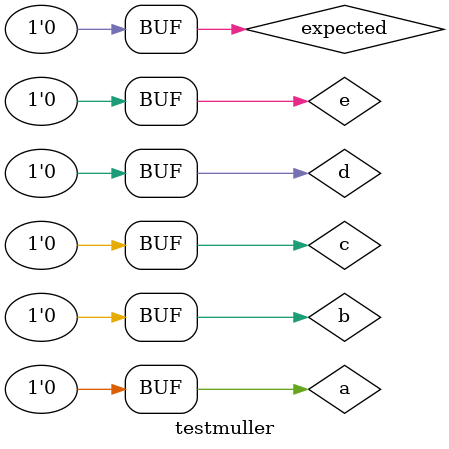
<source format=v>
module testmuller;
    reg a, b, c, d, e;
    wire out;
    reg expected;

    muller_c_five myc(a, b, c, d, e, out);

    initial
        begin
            #0      a=0; b=0; c=0; d=0; e=0; expected=0;
            #20     a=0; b=0; c=0; d=0; e=0; expected=0;
            #20     a=0; b=0; c=0; d=0; e=0; expected=0;
            #20     a=1; b=0; c=0; d=0; e=0; expected=0;
            #20     a=1; b=1; c=0; d=0; e=0; expected=0;
            #20     a=1; b=1; c=1; d=0; e=0; expected=0;
            #20     a=1; b=1; c=1; d=1; e=0; expected=0;
            #20     a=1; b=1; c=1; d=1; e=1; expected=1;
            #20     a=0; b=1; c=1; d=1; e=1; expected=1;
            #20     a=0; b=0; c=1; d=1; e=1; expected=1;
            #20     a=0; b=0; c=0; d=1; e=1; expected=1;
            #20     a=0; b=0; c=0; d=0; e=1; expected=1;
            #20     a=0; b=0; c=0; d=0; e=0; expected=0;
        end
    initial
        $monitor(
            "a=%b b=%b c=%b d=%b e=%b out=%b    expected=%b time=%d",
            a, b, c, d, e, out, expected, $time);

endmodule // testmuller

</source>
